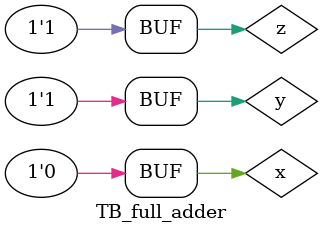
<source format=v>
`timescale 1ns / 1ps


module TB_full_adder;

	// Inputs
	reg x;
	reg y;
	reg z;

	// Outputs
	wire S;
	wire C;

	// Instantiate the Unit Under Test (UUT)
	full_adder uut (
		.x(x), 
		.y(y), 
		.z(z), 
		.S(S), 
		.C(C)
	);

	initial begin
	
		// Initialize Inputs
		x = 0;
		y = 0;
		z = 0;
		
		#5;	// wait five cycles
        
		// TEST 1 + 0, Carry 0 == 1, Carry 0:
		x = 1;
		y = 0;
		z = 0;
		
		#5;	// wait five cycles
		
		// TEST 1 + 1, Carry 0 == 0, Carry 1:
		x = 1;
		y = 1;
		z = 0;
		
		#5;	// wait five cycles
		
		// TEST 1 + 1, Carry 1 == 1, Carry 1:
		x = 1;
		y = 1;
		z = 1;
		
		#5;	// wait five cycles
		
		// SPECIAL TEST:
		x = 0;
		y = 1;
		z = 1;

	end
      
endmodule


</source>
